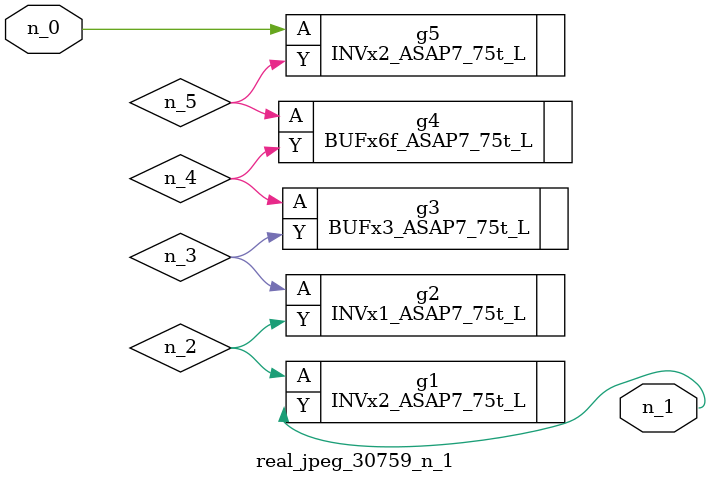
<source format=v>
module real_jpeg_30759_n_1 (n_0, n_1);

input n_0;

output n_1;

wire n_5;
wire n_4;
wire n_2;
wire n_3;

INVx2_ASAP7_75t_L g5 ( 
.A(n_0),
.Y(n_5)
);

INVx2_ASAP7_75t_L g1 ( 
.A(n_2),
.Y(n_1)
);

INVx1_ASAP7_75t_L g2 ( 
.A(n_3),
.Y(n_2)
);

BUFx3_ASAP7_75t_L g3 ( 
.A(n_4),
.Y(n_3)
);

BUFx6f_ASAP7_75t_L g4 ( 
.A(n_5),
.Y(n_4)
);


endmodule
</source>
